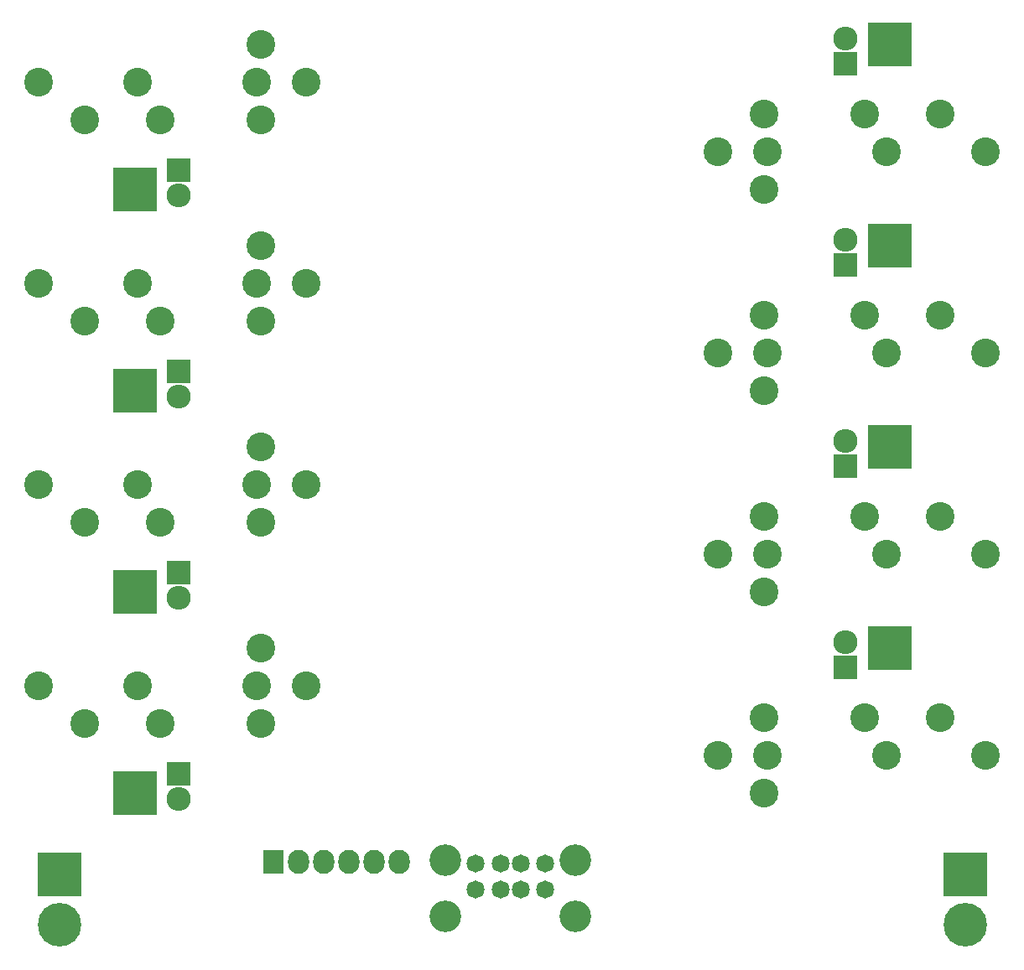
<source format=gbs>
G04 #@! TF.FileFunction,Soldermask,Bot*
%FSLAX46Y46*%
G04 Gerber Fmt 4.6, Leading zero omitted, Abs format (unit mm)*
G04 Created by KiCad (PCBNEW 4.0.4-stable) date 11/14/16 12:13:18*
%MOMM*%
%LPD*%
G01*
G04 APERTURE LIST*
%ADD10C,0.150000*%
%ADD11R,4.400000X4.400000*%
%ADD12C,4.400000*%
%ADD13R,2.127200X2.432000*%
%ADD14O,2.127200X2.432000*%
%ADD15R,2.432000X2.432000*%
%ADD16O,2.432000X2.432000*%
%ADD17C,1.820000*%
%ADD18C,3.200000*%
%ADD19C,2.900000*%
G04 APERTURE END LIST*
D10*
D11*
X95885000Y13335000D03*
D12*
X95885000Y8255000D03*
D13*
X26035000Y14605000D03*
D14*
X28575000Y14605000D03*
X31115000Y14605000D03*
X33655000Y14605000D03*
X36195000Y14605000D03*
X38735000Y14605000D03*
D11*
X88265000Y97155000D03*
X12065000Y82550000D03*
X88265000Y76835000D03*
X12065000Y62230000D03*
X88265000Y56515000D03*
X12065000Y41910000D03*
X88265000Y36195000D03*
X12065000Y21590000D03*
D15*
X83820000Y95250000D03*
D16*
X83820000Y97790000D03*
D15*
X16510000Y84455000D03*
D16*
X16510000Y81915000D03*
D15*
X83820000Y74930000D03*
D16*
X83820000Y77470000D03*
D15*
X16510000Y64135000D03*
D16*
X16510000Y61595000D03*
D15*
X83820000Y54610000D03*
D16*
X83820000Y57150000D03*
D15*
X16510000Y43815000D03*
D16*
X16510000Y41275000D03*
D15*
X83820000Y34290000D03*
D16*
X83820000Y36830000D03*
D15*
X16510000Y23495000D03*
D16*
X16510000Y20955000D03*
D17*
X46500000Y14470005D03*
X49000000Y14470005D03*
X51000000Y14470005D03*
X53500000Y14470005D03*
X46500000Y11850005D03*
X49000000Y11850005D03*
X51000000Y11850005D03*
X53500000Y11850005D03*
D18*
X56570000Y9140005D03*
X56570000Y14820005D03*
X43430000Y14820005D03*
X43430000Y9140005D03*
D19*
X75565000Y90170000D03*
X75565000Y82550000D03*
X85725000Y90170000D03*
X93345000Y90170000D03*
X97955000Y86360000D03*
X87955000Y86360000D03*
X75955000Y86360000D03*
X70955000Y86360000D03*
X24765000Y89535000D03*
X24765000Y97155000D03*
X14605000Y89535000D03*
X6985000Y89535000D03*
X2375000Y93345000D03*
X12375000Y93345000D03*
X24375000Y93345000D03*
X29375000Y93345000D03*
X75565000Y69850000D03*
X75565000Y62230000D03*
X85725000Y69850000D03*
X93345000Y69850000D03*
X97955000Y66040000D03*
X87955000Y66040000D03*
X75955000Y66040000D03*
X70955000Y66040000D03*
X24765000Y69215000D03*
X24765000Y76835000D03*
X14605000Y69215000D03*
X6985000Y69215000D03*
X2375000Y73025000D03*
X12375000Y73025000D03*
X24375000Y73025000D03*
X29375000Y73025000D03*
X75565000Y49530000D03*
X75565000Y41910000D03*
X85725000Y49530000D03*
X93345000Y49530000D03*
X97955000Y45720000D03*
X87955000Y45720000D03*
X75955000Y45720000D03*
X70955000Y45720000D03*
X24765000Y48895000D03*
X24765000Y56515000D03*
X14605000Y48895000D03*
X6985000Y48895000D03*
X2375000Y52705000D03*
X12375000Y52705000D03*
X24375000Y52705000D03*
X29375000Y52705000D03*
X75565000Y29210000D03*
X75565000Y21590000D03*
X85725000Y29210000D03*
X93345000Y29210000D03*
X97955000Y25400000D03*
X87955000Y25400000D03*
X75955000Y25400000D03*
X70955000Y25400000D03*
X24765000Y28575000D03*
X24765000Y36195000D03*
X14605000Y28575000D03*
X6985000Y28575000D03*
X2375000Y32385000D03*
X12375000Y32385000D03*
X24375000Y32385000D03*
X29375000Y32385000D03*
D11*
X4445000Y13335000D03*
D12*
X4445000Y8255000D03*
M02*

</source>
